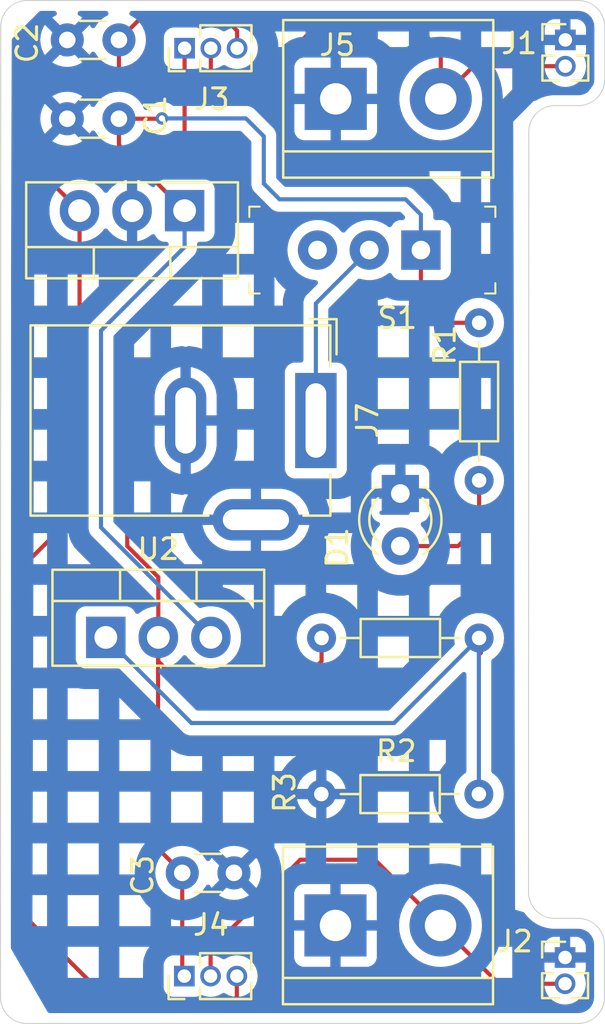
<source format=kicad_pcb>
(kicad_pcb (version 20240108) (generator "pcbnew") (generator_version "8.0")
  (title_block (title "breadboard power supply") (date "2025-10-18") (rev "1"))
  (layers (0 "F.Cu" signal) (31 "B.Cu" signal) (34 "B.Paste" user) (35 "F.Paste" user) (36 "B.SilkS" user "B.Silkscreen") (37 "F.SilkS" user "F.Silkscreen") (38 "B.Mask" user) (39 "F.Mask" user) (44 "Edge.Cuts" user))
  (net 0 "")
  (net 1 "GND")
  (net 2 "/12v")
  (net 3 "/5v")
  (net 4 "/3.3v")
  (net 5 "Net-(D1-A)")
  (net 6 "/PWR_output_top")
  (net 7 "/PWR_input")
  (net 8 "Net-(U2-ADJ)")
  (net 10 "/PWR_output_bot")
  (footprint "Resistor_THT:R_Axial_DIN0204_L3.6mm_D1.6mm_P7.62mm_Horizontal" (layer "F.Cu") (at 149.86 85.725 -90)
    (property "Reference" "R1" (at 1.075 1.66 90) (layer "F.SilkS"))
    (property "Value" "330")
    (fp_line (start 1.89 0.92) (end 5.73 0.92) (stroke (width 0.12)) (layer "F.SilkS"))
    (fp_line (start 5.73 0.92) (end 5.73 -0.92) (stroke (width 0.12)) (layer "F.SilkS"))
    (fp_line (start 0.94 0) (end 1.89 0) (stroke (width 0.12)) (layer "F.SilkS"))
    (fp_line (start 6.68 0) (end 5.73 0) (stroke (width 0.12)) (layer "F.SilkS"))
    (fp_line (start 1.89 -0.92) (end 1.89 0.92) (stroke (width 0.12)) (layer "F.SilkS"))
    (fp_line (start 5.73 -0.92) (end 1.89 -0.92) (stroke (width 0.12)) (layer "F.SilkS"))
    (pad "1" thru_hole circle (at 0 0 270) (size 1.4 1.4) (drill 0.7) (layers "*.Cu" "*.Mask" "In1.Cu" "In2.Cu" "In3.Cu" "In4.Cu" "In5.Cu" "In6.Cu" "In7.Cu" "In8.Cu" "In9.Cu" "In10.Cu" "In11.Cu" "In12.Cu" "In13.Cu" "In14.Cu" "In15.Cu" "In16.Cu" "In17.Cu" "In18.Cu" "In19.Cu" "In20.Cu" "In21.Cu" "In22.Cu" "In23.Cu" "In24.Cu" "In25.Cu" "In26.Cu" "In27.Cu" "In28.Cu" "In29.Cu" "In30.Cu") (net 2 "/12v"))
    (pad "2" thru_hole oval (at 7.62 0 270) (size 1.4 1.4) (drill 0.7) (layers "*.Cu" "*.Mask" "In1.Cu" "In2.Cu" "In3.Cu" "In4.Cu" "In5.Cu" "In6.Cu" "In7.Cu" "In8.Cu" "In9.Cu" "In10.Cu" "In11.Cu" "In12.Cu" "In13.Cu" "In14.Cu" "In15.Cu" "In16.Cu" "In17.Cu" "In18.Cu" "In19.Cu" "In20.Cu" "In21.Cu" "In22.Cu" "In23.Cu" "In24.Cu" "In25.Cu" "In26.Cu" "In27.Cu" "In28.Cu" "In29.Cu" "In30.Cu") (net 5 "Net-(D1-A)"))
  )
  (footprint "Connector_PinHeader_1.27mm:PinHeader_1x02_P1.27mm_Vertical" (layer "F.Cu") (at 154.0175 116.41)
    (property "Reference" "J2" (at -2.43 -0.775 0) (layer "F.SilkS"))
    (property "Value" "Conn_01x02_Pin" (hide yes))
    (fp_line (start -1.11 -0.76) (end 0 -0.76) (stroke (width 0.12)) (layer "F.SilkS"))
    (fp_line (start -1.11 0) (end -1.11 -0.76) (stroke (width 0.12)) (layer "F.SilkS"))
    (fp_line (start -1.11 0.76) (end -1.11 1.965) (stroke (width 0.12)) (layer "F.SilkS"))
    (fp_line (start -1.11 0.76) (end -0.563471 0.76) (stroke (width 0.12)) (layer "F.SilkS"))
    (fp_line (start -1.11 1.965) (end -0.30753 1.965) (stroke (width 0.12)) (layer "F.SilkS"))
    (fp_line (start 0.30753 1.965) (end 1.11 1.965) (stroke (width 0.12)) (layer "F.SilkS"))
    (fp_line (start 0.563471 0.76) (end 1.11 0.76) (stroke (width 0.12)) (layer "F.SilkS"))
    (fp_line (start 1.11 0.76) (end 1.11 1.965) (stroke (width 0.12)) (layer "F.SilkS"))
    (pad "1" thru_hole rect (at 0 0) (size 1 1) (drill 0.65) (layers "*.Cu" "*.Mask" "In1.Cu" "In2.Cu" "In3.Cu" "In4.Cu" "In5.Cu" "In6.Cu" "In7.Cu" "In8.Cu" "In9.Cu" "In10.Cu" "In11.Cu" "In12.Cu" "In13.Cu" "In14.Cu" "In15.Cu" "In16.Cu" "In17.Cu" "In18.Cu" "In19.Cu" "In20.Cu" "In21.Cu" "In22.Cu" "In23.Cu" "In24.Cu" "In25.Cu" "In26.Cu" "In27.Cu" "In28.Cu" "In29.Cu" "In30.Cu") (net 1 "GND"))
    (pad "2" thru_hole oval (at 0 1.27) (size 1 1) (drill 0.65) (layers "*.Cu" "*.Mask" "In1.Cu" "In2.Cu" "In3.Cu" "In4.Cu" "In5.Cu" "In6.Cu" "In7.Cu" "In8.Cu" "In9.Cu" "In10.Cu" "In11.Cu" "In12.Cu" "In13.Cu" "In14.Cu" "In15.Cu" "In16.Cu" "In17.Cu" "In18.Cu" "In19.Cu" "In20.Cu" "In21.Cu" "In22.Cu" "In23.Cu" "In24.Cu" "In25.Cu" "In26.Cu" "In27.Cu" "In28.Cu" "In29.Cu" "In30.Cu") (net 10 "/PWR_output_bot"))
  )
  (footprint "Capacitor_THT:C_Disc_D3.0mm_W1.6mm_P2.50mm" (layer "F.Cu") (at 135.5025 112.32)
    (property "Reference" "C3" (at -1.915 0.115 90) (layer "F.SilkS"))
    (property "Value" "1u")
    (fp_line (start 0.621 -0.92) (end 1.879 -0.92) (stroke (width 0.12)) (layer "F.SilkS"))
    (fp_line (start 0.621 0.92) (end 1.879 0.92) (stroke (width 0.12)) (layer "F.SilkS"))
    (pad "1" thru_hole circle (at 0 0) (size 1.6 1.6) (drill 0.8) (layers "*.Cu" "*.Mask" "In1.Cu" "In2.Cu" "In3.Cu" "In4.Cu" "In5.Cu" "In6.Cu" "In7.Cu" "In8.Cu" "In9.Cu" "In10.Cu" "In11.Cu" "In12.Cu" "In13.Cu" "In14.Cu" "In15.Cu" "In16.Cu" "In17.Cu" "In18.Cu" "In19.Cu" "In20.Cu" "In21.Cu" "In22.Cu" "In23.Cu" "In24.Cu" "In25.Cu" "In26.Cu" "In27.Cu" "In28.Cu" "In29.Cu" "In30.Cu") (net 4 "/3.3v"))
    (pad "2" thru_hole circle (at 2.5 0) (size 1.6 1.6) (drill 0.8) (layers "*.Cu" "*.Mask" "In1.Cu" "In2.Cu" "In3.Cu" "In4.Cu" "In5.Cu" "In6.Cu" "In7.Cu" "In8.Cu" "In9.Cu" "In10.Cu" "In11.Cu" "In12.Cu" "In13.Cu" "In14.Cu" "In15.Cu" "In16.Cu" "In17.Cu" "In18.Cu" "In19.Cu" "In20.Cu" "In21.Cu" "In22.Cu" "In23.Cu" "In24.Cu" "In25.Cu" "In26.Cu" "In27.Cu" "In28.Cu" "In29.Cu" "In30.Cu") (net 1 "GND"))
  )
  (footprint "Resistor_THT:R_Axial_DIN0204_L3.6mm_D1.6mm_P7.62mm_Horizontal" (layer "F.Cu") (at 149.8475 108.51 180)
    (property "Reference" "R3" (at 9.395 0.075 90) (layer "F.SilkS"))
    (property "Value" "560")
    (fp_line (start 6.68 0) (end 5.73 0) (stroke (width 0.12)) (layer "F.SilkS"))
    (fp_line (start 5.73 0.92) (end 5.73 -0.92) (stroke (width 0.12)) (layer "F.SilkS"))
    (fp_line (start 5.73 -0.92) (end 1.89 -0.92) (stroke (width 0.12)) (layer "F.SilkS"))
    (fp_line (start 1.89 0.92) (end 5.73 0.92) (stroke (width 0.12)) (layer "F.SilkS"))
    (fp_line (start 1.89 -0.92) (end 1.89 0.92) (stroke (width 0.12)) (layer "F.SilkS"))
    (fp_line (start 0.94 0) (end 1.89 0) (stroke (width 0.12)) (layer "F.SilkS"))
    (pad "1" thru_hole circle (at 0 0 180) (size 1.4 1.4) (drill 0.7) (layers "*.Cu" "*.Mask" "In1.Cu" "In2.Cu" "In3.Cu" "In4.Cu" "In5.Cu" "In6.Cu" "In7.Cu" "In8.Cu" "In9.Cu" "In10.Cu" "In11.Cu" "In12.Cu" "In13.Cu" "In14.Cu" "In15.Cu" "In16.Cu" "In17.Cu" "In18.Cu" "In19.Cu" "In20.Cu" "In21.Cu" "In22.Cu" "In23.Cu" "In24.Cu" "In25.Cu" "In26.Cu" "In27.Cu" "In28.Cu" "In29.Cu" "In30.Cu") (net 8 "Net-(U2-ADJ)"))
    (pad "2" thru_hole oval (at 7.62 0 180) (size 1.4 1.4) (drill 0.7) (layers "*.Cu" "*.Mask" "In1.Cu" "In2.Cu" "In3.Cu" "In4.Cu" "In5.Cu" "In6.Cu" "In7.Cu" "In8.Cu" "In9.Cu" "In10.Cu" "In11.Cu" "In12.Cu" "In13.Cu" "In14.Cu" "In15.Cu" "In16.Cu" "In17.Cu" "In18.Cu" "In19.Cu" "In20.Cu" "In21.Cu" "In22.Cu" "In23.Cu" "In24.Cu" "In25.Cu" "In26.Cu" "In27.Cu" "In28.Cu" "In29.Cu" "In30.Cu") (net 1 "GND"))
  )
  (footprint "LED_THT:LED_D3.0mm" (layer "F.Cu") (at 146.05 93.98 -90)
    (property "Reference" "D1" (at 2.62 3.05 90) (layer "F.SilkS"))
    (property "Value" "LED")
    (fp_line (start -0.29 1.08) (end -0.29 1.236) (stroke (width 0.12)) (layer "F.SilkS"))
    (fp_line (start -0.29 -1.236) (end -0.29 -1.08) (stroke (width 0.12)) (layer "F.SilkS"))
    (fp_arc (start 2.941397 1.080061) (mid 1.365624 1.987701) (end -0.29 1.235516) (stroke (width 0.12)) (layer "F.SilkS"))
    (fp_arc (start 2.31091 1.080049) (mid 1.269964 1.5) (end 0.229039 1.08) (stroke (width 0.12)) (layer "F.SilkS"))
    (fp_arc (start 0.229039 -1.08) (mid 1.269964 -1.5) (end 2.31091 -1.080049) (stroke (width 0.12)) (layer "F.SilkS"))
    (fp_arc (start -0.29 -1.235516) (mid 1.365624 -1.987701) (end 2.941397 -1.080061) (stroke (width 0.12)) (layer "F.SilkS"))
    (pad "1" thru_hole rect (at 0 0 270) (size 1.8 1.8) (drill 0.9) (layers "*.Cu" "*.Mask" "In1.Cu" "In2.Cu" "In3.Cu" "In4.Cu" "In5.Cu" "In6.Cu" "In7.Cu" "In8.Cu" "In9.Cu" "In10.Cu" "In11.Cu" "In12.Cu" "In13.Cu" "In14.Cu" "In15.Cu" "In16.Cu" "In17.Cu" "In18.Cu" "In19.Cu" "In20.Cu" "In21.Cu" "In22.Cu" "In23.Cu" "In24.Cu" "In25.Cu" "In26.Cu" "In27.Cu" "In28.Cu" "In29.Cu" "In30.Cu") (net 1 "GND"))
    (pad "2" thru_hole circle (at 2.54 0 270) (size 1.8 1.8) (drill 0.9) (layers "*.Cu" "*.Mask" "In1.Cu" "In2.Cu" "In3.Cu" "In4.Cu" "In5.Cu" "In6.Cu" "In7.Cu" "In8.Cu" "In9.Cu" "In10.Cu" "In11.Cu" "In12.Cu" "In13.Cu" "In14.Cu" "In15.Cu" "In16.Cu" "In17.Cu" "In18.Cu" "In19.Cu" "In20.Cu" "In21.Cu" "In22.Cu" "In23.Cu" "In24.Cu" "In25.Cu" "In26.Cu" "In27.Cu" "In28.Cu" "In29.Cu" "In30.Cu") (net 5 "Net-(D1-A)"))
  )
  (footprint "Package_TO_SOT_THT:TO-220-3_Vertical" (layer "F.Cu") (at 131.805 100.935)
    (property "Reference" "U2" (at 2.54 -4.27 0) (layer "F.SilkS"))
    (property "Value" "LM317_TO-220")
    (fp_line (start -2.58 -3.27) (end -2.58 1.371) (stroke (width 0.12)) (layer "F.SilkS"))
    (fp_line (start -2.58 -3.27) (end 7.66 -3.27) (stroke (width 0.12)) (layer "F.SilkS"))
    (fp_line (start -2.58 -1.76) (end 7.66 -1.76) (stroke (width 0.12)) (layer "F.SilkS"))
    (fp_line (start -2.58 1.371) (end 7.66 1.371) (stroke (width 0.12)) (layer "F.SilkS"))
    (fp_line (start 0.69 -3.27) (end 0.69 -1.76) (stroke (width 0.12)) (layer "F.SilkS"))
    (fp_line (start 4.391 -3.27) (end 4.391 -1.76) (stroke (width 0.12)) (layer "F.SilkS"))
    (fp_line (start 7.66 -3.27) (end 7.66 1.371) (stroke (width 0.12)) (layer "F.SilkS"))
    (pad "1" thru_hole rect (at 0 0) (size 1.905 2) (drill 1.1) (layers "*.Cu" "*.Mask" "In1.Cu" "In2.Cu" "In3.Cu" "In4.Cu" "In5.Cu" "In6.Cu" "In7.Cu" "In8.Cu" "In9.Cu" "In10.Cu" "In11.Cu" "In12.Cu" "In13.Cu" "In14.Cu" "In15.Cu" "In16.Cu" "In17.Cu" "In18.Cu" "In19.Cu" "In20.Cu" "In21.Cu" "In22.Cu" "In23.Cu" "In24.Cu" "In25.Cu" "In26.Cu" "In27.Cu" "In28.Cu" "In29.Cu" "In30.Cu") (net 8 "Net-(U2-ADJ)"))
    (pad "2" thru_hole oval (at 2.54 0) (size 1.905 2) (drill 1.1) (layers "*.Cu" "*.Mask" "In1.Cu" "In2.Cu" "In3.Cu" "In4.Cu" "In5.Cu" "In6.Cu" "In7.Cu" "In8.Cu" "In9.Cu" "In10.Cu" "In11.Cu" "In12.Cu" "In13.Cu" "In14.Cu" "In15.Cu" "In16.Cu" "In17.Cu" "In18.Cu" "In19.Cu" "In20.Cu" "In21.Cu" "In22.Cu" "In23.Cu" "In24.Cu" "In25.Cu" "In26.Cu" "In27.Cu" "In28.Cu" "In29.Cu" "In30.Cu") (net 4 "/3.3v"))
    (pad "3" thru_hole oval (at 5.08 0) (size 1.905 2) (drill 1.1) (layers "*.Cu" "*.Mask" "In1.Cu" "In2.Cu" "In3.Cu" "In4.Cu" "In5.Cu" "In6.Cu" "In7.Cu" "In8.Cu" "In9.Cu" "In10.Cu" "In11.Cu" "In12.Cu" "In13.Cu" "In14.Cu" "In15.Cu" "In16.Cu" "In17.Cu" "In18.Cu" "In19.Cu" "In20.Cu" "In21.Cu" "In22.Cu" "In23.Cu" "In24.Cu" "In25.Cu" "In26.Cu" "In27.Cu" "In28.Cu" "In29.Cu" "In30.Cu") (net 2 "/12v"))
  )
  (footprint "Connector_PinHeader_1.27mm:PinHeader_1x03_P1.27mm_Vertical" (layer "F.Cu") (at 135.615 72.45 90)
    (property "Reference" "J3" (at -2.465 1.31 0) (layer "F.SilkS"))
    (property "Value" "Conn_01x03_Pin" (hide yes))
    (fp_line (start -1.11 -0.76) (end 0 -0.76) (stroke (width 0.12)) (layer "F.SilkS"))
    (fp_line (start -1.11 0) (end -1.11 -0.76) (stroke (width 0.12)) (layer "F.SilkS"))
    (fp_line (start 1.11 0.76) (end 1.11 3.235) (stroke (width 0.12)) (layer "F.SilkS"))
    (fp_line (start 0.563471 0.76) (end 1.11 0.76) (stroke (width 0.12)) (layer "F.SilkS"))
    (fp_line (start -1.11 0.76) (end -0.563471 0.76) (stroke (width 0.12)) (layer "F.SilkS"))
    (fp_line (start -1.11 0.76) (end -1.11 3.235) (stroke (width 0.12)) (layer "F.SilkS"))
    (fp_line (start 0.30753 3.235) (end 1.11 3.235) (stroke (width 0.12)) (layer "F.SilkS"))
    (fp_line (start -1.11 3.235) (end -0.30753 3.235) (stroke (width 0.12)) (layer "F.SilkS"))
    (pad "1" thru_hole rect (at 0 0 90) (size 1 1) (drill 0.65) (layers "*.Cu" "*.Mask" "In1.Cu" "In2.Cu" "In3.Cu" "In4.Cu" "In5.Cu" "In6.Cu" "In7.Cu" "In8.Cu" "In9.Cu" "In10.Cu" "In11.Cu" "In12.Cu" "In13.Cu" "In14.Cu" "In15.Cu" "In16.Cu" "In17.Cu" "In18.Cu" "In19.Cu" "In20.Cu" "In21.Cu" "In22.Cu" "In23.Cu" "In24.Cu" "In25.Cu" "In26.Cu" "In27.Cu" "In28.Cu" "In29.Cu" "In30.Cu") (net 4 "/3.3v"))
    (pad "2" thru_hole oval (at 0 1.27 90) (size 1 1) (drill 0.65) (layers "*.Cu" "*.Mask" "In1.Cu" "In2.Cu" "In3.Cu" "In4.Cu" "In5.Cu" "In6.Cu" "In7.Cu" "In8.Cu" "In9.Cu" "In10.Cu" "In11.Cu" "In12.Cu" "In13.Cu" "In14.Cu" "In15.Cu" "In16.Cu" "In17.Cu" "In18.Cu" "In19.Cu" "In20.Cu" "In21.Cu" "In22.Cu" "In23.Cu" "In24.Cu" "In25.Cu" "In26.Cu" "In27.Cu" "In28.Cu" "In29.Cu" "In30.Cu") (net 6 "/PWR_output_top"))
    (pad "3" thru_hole oval (at 0 2.54 90) (size 1 1) (drill 0.65) (layers "*.Cu" "*.Mask" "In1.Cu" "In2.Cu" "In3.Cu" "In4.Cu" "In5.Cu" "In6.Cu" "In7.Cu" "In8.Cu" "In9.Cu" "In10.Cu" "In11.Cu" "In12.Cu" "In13.Cu" "In14.Cu" "In15.Cu" "In16.Cu" "In17.Cu" "In18.Cu" "In19.Cu" "In20.Cu" "In21.Cu" "In22.Cu" "In23.Cu" "In24.Cu" "In25.Cu" "In26.Cu" "In27.Cu" "In28.Cu" "In29.Cu" "In30.Cu") (net 3 "/5v"))
  )
  (footprint "Package_TO_SOT_THT:TO-220-3_Vertical" (layer "F.Cu") (at 135.615 80.305 180)
    (property "Reference" "U1" (hide yes))
    (property "Value" "LM7805_TO220")
    (fp_line (start 7.66 -3.27) (end 7.66 1.371) (stroke (width 0.12)) (layer "F.SilkS"))
    (fp_line (start 4.391 -3.27) (end 4.391 -1.76) (stroke (width 0.12)) (layer "F.SilkS"))
    (fp_line (start 0.69 -3.27) (end 0.69 -1.76) (stroke (width 0.12)) (layer "F.SilkS"))
    (fp_line (start -2.58 1.371) (end 7.66 1.371) (stroke (width 0.12)) (layer "F.SilkS"))
    (fp_line (start -2.58 -1.76) (end 7.66 -1.76) (stroke (width 0.12)) (layer "F.SilkS"))
    (fp_line (start -2.58 -3.27) (end 7.66 -3.27) (stroke (width 0.12)) (layer "F.SilkS"))
    (fp_line (start -2.58 -3.27) (end -2.58 1.371) (stroke (width 0.12)) (layer "F.SilkS"))
    (pad "1" thru_hole rect (at 0 0 180) (size 1.905 2) (drill 1.1) (layers "*.Cu" "*.Mask" "In1.Cu" "In2.Cu" "In3.Cu" "In4.Cu" "In5.Cu" "In6.Cu" "In7.Cu" "In8.Cu" "In9.Cu" "In10.Cu" "In11.Cu" "In12.Cu" "In13.Cu" "In14.Cu" "In15.Cu" "In16.Cu" "In17.Cu" "In18.Cu" "In19.Cu" "In20.Cu" "In21.Cu" "In22.Cu" "In23.Cu" "In24.Cu" "In25.Cu" "In26.Cu" "In27.Cu" "In28.Cu" "In29.Cu" "In30.Cu") (net 2 "/12v"))
    (pad "2" thru_hole oval (at 2.54 0 180) (size 1.905 2) (drill 1.1) (layers "*.Cu" "*.Mask" "In1.Cu" "In2.Cu" "In3.Cu" "In4.Cu" "In5.Cu" "In6.Cu" "In7.Cu" "In8.Cu" "In9.Cu" "In10.Cu" "In11.Cu" "In12.Cu" "In13.Cu" "In14.Cu" "In15.Cu" "In16.Cu" "In17.Cu" "In18.Cu" "In19.Cu" "In20.Cu" "In21.Cu" "In22.Cu" "In23.Cu" "In24.Cu" "In25.Cu" "In26.Cu" "In27.Cu" "In28.Cu" "In29.Cu" "In30.Cu") (net 1 "GND"))
    (pad "3" thru_hole oval (at 5.08 0 180) (size 1.905 2) (drill 1.1) (layers "*.Cu" "*.Mask" "In1.Cu" "In2.Cu" "In3.Cu" "In4.Cu" "In5.Cu" "In6.Cu" "In7.Cu" "In8.Cu" "In9.Cu" "In10.Cu" "In11.Cu" "In12.Cu" "In13.Cu" "In14.Cu" "In15.Cu" "In16.Cu" "In17.Cu" "In18.Cu" "In19.Cu" "In20.Cu" "In21.Cu" "In22.Cu" "In23.Cu" "In24.Cu" "In25.Cu" "In26.Cu" "In27.Cu" "In28.Cu" "In29.Cu" "In30.Cu") (net 3 "/5v"))
  )
  (footprint "TerminalBlock:TerminalBlock_bornier-2_P5.08mm" (layer "F.Cu") (at 142.925 74.9)
    (property "Reference" "J5" (at 0.075 -2.6 0) (layer "F.SilkS"))
    (property "Value" "Screw_Terminal_01x02")
    (fp_line (start -2.54 -3.81) (end -2.54 3.81) (stroke (width 0.12)) (layer "F.SilkS"))
    (fp_line (start -2.54 3.81) (end 7.62 3.81) (stroke (width 0.12)) (layer "F.SilkS"))
    (fp_line (start 7.62 -3.81) (end -2.54 -3.81) (stroke (width 0.12)) (layer "F.SilkS"))
    (fp_line (start 7.62 2.54) (end -2.54 2.54) (stroke (width 0.12)) (layer "F.SilkS"))
    (fp_line (start 7.62 3.81) (end 7.62 -3.81) (stroke (width 0.12)) (layer "F.SilkS"))
    (pad "1" thru_hole rect (at 0 0) (size 3 3) (drill 1.52) (layers "*.Cu" "*.Mask" "In1.Cu" "In2.Cu" "In3.Cu" "In4.Cu" "In5.Cu" "In6.Cu" "In7.Cu" "In8.Cu" "In9.Cu" "In10.Cu" "In11.Cu" "In12.Cu" "In13.Cu" "In14.Cu" "In15.Cu" "In16.Cu" "In17.Cu" "In18.Cu" "In19.Cu" "In20.Cu" "In21.Cu" "In22.Cu" "In23.Cu" "In24.Cu" "In25.Cu" "In26.Cu" "In27.Cu" "In28.Cu" "In29.Cu" "In30.Cu") (net 1 "GND"))
    (pad "2" thru_hole circle (at 5.08 0) (size 3 3) (drill 1.52) (layers "*.Cu" "*.Mask" "In1.Cu" "In2.Cu" "In3.Cu" "In4.Cu" "In5.Cu" "In6.Cu" "In7.Cu" "In8.Cu" "In9.Cu" "In10.Cu" "In11.Cu" "In12.Cu" "In13.Cu" "In14.Cu" "In15.Cu" "In16.Cu" "In17.Cu" "In18.Cu" "In19.Cu" "In20.Cu" "In21.Cu" "In22.Cu" "In23.Cu" "In24.Cu" "In25.Cu" "In26.Cu" "In27.Cu" "In28.Cu" "In29.Cu" "In30.Cu") (net 6 "/PWR_output_top"))
  )
  (footprint "Resistor_THT:R_Axial_DIN0204_L3.6mm_D1.6mm_P7.62mm_Horizontal" (layer "F.Cu") (at 142.24 100.965)
    (property "Reference" "R2" (at 3.6125 5.47 360) (layer "F.SilkS"))
    (property "Value" "330")
    (fp_line (start 0.94 0) (end 1.89 0) (stroke (width 0.12)) (layer "F.SilkS"))
    (fp_line (start 1.89 -0.92) (end 1.89 0.92) (stroke (width 0.12)) (layer "F.SilkS"))
    (fp_line (start 1.89 0.92) (end 5.73 0.92) (stroke (width 0.12)) (layer "F.SilkS"))
    (fp_line (start 5.73 -0.92) (end 1.89 -0.92) (stroke (width 0.12)) (layer "F.SilkS"))
    (fp_line (start 5.73 0.92) (end 5.73 -0.92) (stroke (width 0.12)) (layer "F.SilkS"))
    (fp_line (start 6.68 0) (end 5.73 0) (stroke (width 0.12)) (layer "F.SilkS"))
    (pad "1" thru_hole circle (at 0 0) (size 1.4 1.4) (drill 0.7) (layers "*.Cu" "*.Mask" "In1.Cu" "In2.Cu" "In3.Cu" "In4.Cu" "In5.Cu" "In6.Cu" "In7.Cu" "In8.Cu" "In9.Cu" "In10.Cu" "In11.Cu" "In12.Cu" "In13.Cu" "In14.Cu" "In15.Cu" "In16.Cu" "In17.Cu" "In18.Cu" "In19.Cu" "In20.Cu" "In21.Cu" "In22.Cu" "In23.Cu" "In24.Cu" "In25.Cu" "In26.Cu" "In27.Cu" "In28.Cu" "In29.Cu" "In30.Cu") (net 4 "/3.3v"))
    (pad "2" thru_hole oval (at 7.62 0) (size 1.4 1.4) (drill 0.7) (layers "*.Cu" "*.Mask" "In1.Cu" "In2.Cu" "In3.Cu" "In4.Cu" "In5.Cu" "In6.Cu" "In7.Cu" "In8.Cu" "In9.Cu" "In10.Cu" "In11.Cu" "In12.Cu" "In13.Cu" "In14.Cu" "In15.Cu" "In16.Cu" "In17.Cu" "In18.Cu" "In19.Cu" "In20.Cu" "In21.Cu" "In22.Cu" "In23.Cu" "In24.Cu" "In25.Cu" "In26.Cu" "In27.Cu" "In28.Cu" "In29.Cu" "In30.Cu") (net 8 "Net-(U2-ADJ)"))
  )
  (footprint "Connector_BarrelJack:BarrelJack_GCT_DCJ200-10-A_Horizontal" (layer "F.Cu") (at 141.965 90.45 -90)
    (property "Reference" "J7" (at 0 -2.5 90) (layer "F.SilkS"))
    (property "Value" "Barrel_Jack_Switch")
    (fp_line (start -4.6 13.8) (end -4.6 -0.7) (stroke (width 0.12)) (layer "F.SilkS"))
    (fp_line (start 4.6 13.8) (end -4.6 13.8) (stroke (width 0.12)) (layer "F.SilkS"))
    (fp_line (start 4.6 5.2) (end 4.6 13.8) (stroke (width 0.12)) (layer "F.SilkS"))
    (fp_line (start -4.6 -0.7) (end -2.6 -0.7) (stroke (width 0.12)) (layer "F.SilkS"))
    (fp_line (start 2.6 -0.7) (end 4.6 -0.7) (stroke (width 0.12)) (layer "F.SilkS"))
    (fp_line (start 4.6 -0.7) (end 4.6 0.6) (stroke (width 0.12)) (layer "F.SilkS"))
    (fp_line (start -4.9 -1) (end -4.9 0.3) (stroke (width 0.12)) (layer "F.SilkS"))
    (fp_line (start -3.2 -1) (end -4.9 -1) (stroke (width 0.12)) (layer "F.SilkS"))
    (pad "1" thru_hole rect (at 0 0 270) (size 4.6 2) (drill oval 3.6 1) (layers "*.Cu" "*.Mask" "In1.Cu" "In2.Cu" "In3.Cu" "In4.Cu" "In5.Cu" "In6.Cu" "In7.Cu" "In8.Cu" "In9.Cu" "In10.Cu" "In11.Cu" "In12.Cu" "In13.Cu" "In14.Cu" "In15.Cu" "In16.Cu" "In17.Cu" "In18.Cu" "In19.Cu" "In20.Cu" "In21.Cu" "In22.Cu" "In23.Cu" "In24.Cu" "In25.Cu" "In26.Cu" "In27.Cu" "In28.Cu" "In29.Cu" "In30.Cu") (net 7 "/PWR_input"))
    (pad "2" thru_hole oval (at 0 6.3 270) (size 4.2 2) (drill oval 3.2 1) (layers "*.Cu" "*.Mask" "In1.Cu" "In2.Cu" "In3.Cu" "In4.Cu" "In5.Cu" "In6.Cu" "In7.Cu" "In8.Cu" "In9.Cu" "In10.Cu" "In11.Cu" "In12.Cu" "In13.Cu" "In14.Cu" "In15.Cu" "In16.Cu" "In17.Cu" "In18.Cu" "In19.Cu" "In20.Cu" "In21.Cu" "In22.Cu" "In23.Cu" "In24.Cu" "In25.Cu" "In26.Cu" "In27.Cu" "In28.Cu" "In29.Cu" "In30.Cu") (net 1 "GND"))
    (pad "3" thru_hole oval (at 4.8 2.9 270) (size 2 4.2) (drill oval 1 3.2) (layers "*.Cu" "*.Mask" "In1.Cu" "In2.Cu" "In3.Cu" "In4.Cu" "In5.Cu" "In6.Cu" "In7.Cu" "In8.Cu" "In9.Cu" "In10.Cu" "In11.Cu" "In12.Cu" "In13.Cu" "In14.Cu" "In15.Cu" "In16.Cu" "In17.Cu" "In18.Cu" "In19.Cu" "In20.Cu" "In21.Cu" "In22.Cu" "In23.Cu" "In24.Cu" "In25.Cu" "In26.Cu" "In27.Cu" "In28.Cu" "In29.Cu" "In30.Cu") (net 1 "GND"))
  )
  (footprint "Capacitor_THT:C_Disc_D3.0mm_W1.6mm_P2.50mm" (layer "F.Cu") (at 132.44 72.05 180)
    (property "Reference" "C2" (at 4.44 -0.15 90) (layer "F.SilkS"))
    (property "Value" "0.1u")
    (fp_line (start 0.621 0.92) (end 1.879 0.92) (stroke (width 0.12)) (layer "F.SilkS"))
    (fp_line (start 0.621 -0.92) (end 1.879 -0.92) (stroke (width 0.12)) (layer "F.SilkS"))
    (pad "1" thru_hole circle (at 0 0 180) (size 1.6 1.6) (drill 0.8) (layers "*.Cu" "*.Mask" "In1.Cu" "In2.Cu" "In3.Cu" "In4.Cu" "In5.Cu" "In6.Cu" "In7.Cu" "In8.Cu" "In9.Cu" "In10.Cu" "In11.Cu" "In12.Cu" "In13.Cu" "In14.Cu" "In15.Cu" "In16.Cu" "In17.Cu" "In18.Cu" "In19.Cu" "In20.Cu" "In21.Cu" "In22.Cu" "In23.Cu" "In24.Cu" "In25.Cu" "In26.Cu" "In27.Cu" "In28.Cu" "In29.Cu" "In30.Cu") (net 3 "/5v"))
    (pad "2" thru_hole circle (at 2.5 0 180) (size 1.6 1.6) (drill 0.8) (layers "*.Cu" "*.Mask" "In1.Cu" "In2.Cu" "In3.Cu" "In4.Cu" "In5.Cu" "In6.Cu" "In7.Cu" "In8.Cu" "In9.Cu" "In10.Cu" "In11.Cu" "In12.Cu" "In13.Cu" "In14.Cu" "In15.Cu" "In16.Cu" "In17.Cu" "In18.Cu" "In19.Cu" "In20.Cu" "In21.Cu" "In22.Cu" "In23.Cu" "In24.Cu" "In25.Cu" "In26.Cu" "In27.Cu" "In28.Cu" "In29.Cu" "In30.Cu") (net 1 "GND"))
  )
  (footprint "Capacitor_THT:C_Disc_D3.0mm_W1.6mm_P2.50mm" (layer "F.Cu") (at 132.44 75.86 180)
    (property "Reference" "C1" (at -1.76 0.16 -90) (layer "F.SilkS"))
    (property "Value" "10u")
    (fp_line (start 0.621 0.92) (end 1.879 0.92) (stroke (width 0.12)) (layer "F.SilkS"))
    (fp_line (start 0.621 -0.92) (end 1.879 -0.92) (stroke (width 0.12)) (layer "F.SilkS"))
    (pad "1" thru_hole circle (at 0 0 180) (size 1.6 1.6) (drill 0.8) (layers "*.Cu" "*.Mask" "In1.Cu" "In2.Cu" "In3.Cu" "In4.Cu" "In5.Cu" "In6.Cu" "In7.Cu" "In8.Cu" "In9.Cu" "In10.Cu" "In11.Cu" "In12.Cu" "In13.Cu" "In14.Cu" "In15.Cu" "In16.Cu" "In17.Cu" "In18.Cu" "In19.Cu" "In20.Cu" "In21.Cu" "In22.Cu" "In23.Cu" "In24.Cu" "In25.Cu" "In26.Cu" "In27.Cu" "In28.Cu" "In29.Cu" "In30.Cu") (net 2 "/12v"))
    (pad "2" thru_hole circle (at 2.5 0 180) (size 1.6 1.6) (drill 0.8) (layers "*.Cu" "*.Mask" "In1.Cu" "In2.Cu" "In3.Cu" "In4.Cu" "In5.Cu" "In6.Cu" "In7.Cu" "In8.Cu" "In9.Cu" "In10.Cu" "In11.Cu" "In12.Cu" "In13.Cu" "In14.Cu" "In15.Cu" "In16.Cu" "In17.Cu" "In18.Cu" "In19.Cu" "In20.Cu" "In21.Cu" "In22.Cu" "In23.Cu" "In24.Cu" "In25.Cu" "In26.Cu" "In27.Cu" "In28.Cu" "In29.Cu" "In30.Cu") (net 1 "GND"))
  )
  (footprint "Connector_PinHeader_1.27mm:PinHeader_1x03_P1.27mm_Vertical" (layer "F.Cu") (at 135.6025 117.31 90)
    (property "Reference" "J4" (at 2.475 1.285 0) (layer "F.SilkS"))
    (property "Value" "Conn_01x03_Pin")
    (fp_line (start -1.11 -0.76) (end 0 -0.76) (stroke (width 0.12)) (layer "F.SilkS"))
    (fp_line (start -1.11 0) (end -1.11 -0.76) (stroke (width 0.12)) (layer "F.SilkS"))
    (fp_line (start 1.11 0.76) (end 1.11 3.235) (stroke (width 0.12)) (layer "F.SilkS"))
    (fp_line (start 0.563471 0.76) (end 1.11 0.76) (stroke (width 0.12)) (layer "F.SilkS"))
    (fp_line (start -1.11 0.76) (end -0.563471 0.76) (stroke (width 0.12)) (layer "F.SilkS"))
    (fp_line (start -1.11 0.76) (end -1.11 3.235) (stroke (width 0.12)) (layer "F.SilkS"))
    (fp_line (start 0.30753 3.235) (end 1.11 3.235) (stroke (width 0.12)) (layer "F.SilkS"))
    (fp_line (start -1.11 3.235) (end -0.30753 3.235) (stroke (width 0.12)) (layer "F.SilkS"))
    (pad "1" thru_hole rect (at 0 0 90) (size 1 1) (drill 0.65) (layers "*.Cu" "*.Mask" "In1.Cu" "In2.Cu" "In3.Cu" "In4.Cu" "In5.Cu" "In6.Cu" "In7.Cu" "In8.Cu" "In9.Cu" "In10.Cu" "In11.Cu" "In12.Cu" "In13.Cu" "In14.Cu" "In15.Cu" "In16.Cu" "In17.Cu" "In18.Cu" "In19.Cu" "In20.Cu" "In21.Cu" "In22.Cu" "In23.Cu" "In24.Cu" "In25.Cu" "In26.Cu" "In27.Cu" "In28.Cu" "In29.Cu" "In30.Cu") (net 4 "/3.3v"))
    (pad "2" thru_hole oval (at 0 1.27 90) (size 1 1) (drill 0.65) (layers "*.Cu" "*.Mask" "In1.Cu" "In2.Cu" "In3.Cu" "In4.Cu" "In5.Cu" "In6.Cu" "In7.Cu" "In8.Cu" "In9.Cu" "In10.Cu" "In11.Cu" "In12.Cu" "In13.Cu" "In14.Cu" "In15.Cu" "In16.Cu" "In17.Cu" "In18.Cu" "In19.Cu" "In20.Cu" "In21.Cu" "In22.Cu" "In23.Cu" "In24.Cu" "In25.Cu" "In26.Cu" "In27.Cu" "In28.Cu" "In29.Cu" "In30.Cu") (net 10 "/PWR_output_bot"))
    (pad "3" thru_hole oval (at 0 2.54 90) (size 1 1) (drill 0.65) (layers "*.Cu" "*.Mask" "In1.Cu" "In2.Cu" "In3.Cu" "In4.Cu" "In5.Cu" "In6.Cu" "In7.Cu" "In8.Cu" "In9.Cu" "In10.Cu" "In11.Cu" "In12.Cu" "In13.Cu" "In14.Cu" "In15.Cu" "In16.Cu" "In17.Cu" "In18.Cu" "In19.Cu" "In20.Cu" "In21.Cu" "In22.Cu" "In23.Cu" "In24.Cu" "In25.Cu" "In26.Cu" "In27.Cu" "In28.Cu" "In29.Cu" "In30.Cu") (net 3 "/5v"))
  )
  (footprint "digikey-footprints:Switch_Slide_11.6x4mm_EG1218" (layer "F.Cu") (at 147.045 82.21 180)
    (property "Reference" "S1" (at 1.145 -3.29 0) (layer "F.SilkS"))
    (property "Value" "EG1218")
    (fp_line (start 8.3 2.1) (end 8.3 1.6) (stroke (width 0.1)) (layer "F.SilkS"))
    (fp_line (start 8.3 2.1) (end 7.8 2.1) (stroke (width 0.1)) (layer "F.SilkS"))
    (fp_line (start 8.3 -2.1) (end 8.3 -1.6) (stroke (width 0.1)) (layer "F.SilkS"))
    (fp_line (start 8.3 -2.1) (end 7.8 -2.1) (stroke (width 0.1)) (layer "F.SilkS"))
    (fp_line (start -3.6 2.1) (end -3.1 2.1) (stroke (width 0.1)) (layer "F.SilkS"))
    (fp_line (start -3.6 2.1) (end -3.6 1.6) (stroke (width 0.1)) (layer "F.SilkS"))
    (fp_line (start -3.6 -2.1) (end -3.1 -2.1) (stroke (width 0.1)) (layer "F.SilkS"))
    (fp_line (start -3.6 -2.1) (end -3.6 -1.6) (stroke (width 0.1)) (layer "F.SilkS"))
    (pad "1" thru_hole rect (at 0 0 180) (size 1.9 1.9) (drill 0.9) (layers "*.Cu" "*.Mask" "In1.Cu" "In2.Cu" "In3.Cu" "In4.Cu" "In5.Cu" "In6.Cu" "In7.Cu" "In8.Cu" "In9.Cu" "In10.Cu" "In11.Cu" "In12.Cu" "In13.Cu" "In14.Cu" "In15.Cu" "In16.Cu" "In17.Cu" "In18.Cu" "In19.Cu" "In20.Cu" "In21.Cu" "In22.Cu" "In23.Cu" "In24.Cu" "In25.Cu" "In26.Cu" "In27.Cu" "In28.Cu" "In29.Cu" "In30.Cu") (net 2 "/12v"))
    (pad "2" thru_hole circle (at 2.5 0 180) (size 1.9 1.9) (drill 0.9) (layers "*.Cu" "*.Mask" "In1.Cu" "In2.Cu" "In3.Cu" "In4.Cu" "In5.Cu" "In6.Cu" "In7.Cu" "In8.Cu" "In9.Cu" "In10.Cu" "In11.Cu" "In12.Cu" "In13.Cu" "In14.Cu" "In15.Cu" "In16.Cu" "In17.Cu" "In18.Cu" "In19.Cu" "In20.Cu" "In21.Cu" "In22.Cu" "In23.Cu" "In24.Cu" "In25.Cu" "In26.Cu" "In27.Cu" "In28.Cu" "In29.Cu" "In30.Cu") (net 7 "/PWR_input"))
    (pad "3" thru_hole circle (at 5 0 180) (size 1.9 1.9) (drill 0.9) (layers "*.Cu" "*.Mask" "In1.Cu" "In2.Cu" "In3.Cu" "In4.Cu" "In5.Cu" "In6.Cu" "In7.Cu" "In8.Cu" "In9.Cu" "In10.Cu" "In11.Cu" "In12.Cu" "In13.Cu" "In14.Cu" "In15.Cu" "In16.Cu" "In17.Cu" "In18.Cu" "In19.Cu" "In20.Cu" "In21.Cu" "In22.Cu" "In23.Cu" "In24.Cu" "In25.Cu" "In26.Cu" "In27.Cu" "In28.Cu" "In29.Cu" "In30.Cu"))
  )
  (footprint "TerminalBlock:TerminalBlock_bornier-2_P5.08mm" (layer "F.Cu") (at 142.9125 114.86)
    (property "Reference" "J6" (hide yes))
    (property "Value" "Screw_Terminal_01x02")
    (fp_line (start -2.54 -3.81) (end -2.54 3.81) (stroke (width 0.12)) (layer "F.SilkS"))
    (fp_line (start -2.54 3.81) (end 7.62 3.81) (stroke (width 0.12)) (layer "F.SilkS"))
    (fp_line (start 7.62 -3.81) (end -2.54 -3.81) (stroke (width 0.12)) (layer "F.SilkS"))
    (fp_line (start 7.62 2.54) (end -2.54 2.54) (stroke (width 0.12)) (layer "F.SilkS"))
    (fp_line (start 7.62 3.81) (end 7.62 -3.81) (stroke (width 0.12)) (layer "F.SilkS"))
    (pad "1" thru_hole rect (at 0 0) (size 3 3) (drill 1.52) (layers "*.Cu" "*.Mask" "In1.Cu" "In2.Cu" "In3.Cu" "In4.Cu" "In5.Cu" "In6.Cu" "In7.Cu" "In8.Cu" "In9.Cu" "In10.Cu" "In11.Cu" "In12.Cu" "In13.Cu" "In14.Cu" "In15.Cu" "In16.Cu" "In17.Cu" "In18.Cu" "In19.Cu" "In20.Cu" "In21.Cu" "In22.Cu" "In23.Cu" "In24.Cu" "In25.Cu" "In26.Cu" "In27.Cu" "In28.Cu" "In29.Cu" "In30.Cu") (net 1 "GND"))
    (pad "2" thru_hole circle (at 5.08 0) (size 3 3) (drill 1.52) (layers "*.Cu" "*.Mask" "In1.Cu" "In2.Cu" "In3.Cu" "In4.Cu" "In5.Cu" "In6.Cu" "In7.Cu" "In8.Cu" "In9.Cu" "In10.Cu" "In11.Cu" "In12.Cu" "In13.Cu" "In14.Cu" "In15.Cu" "In16.Cu" "In17.Cu" "In18.Cu" "In19.Cu" "In20.Cu" "In21.Cu" "In22.Cu" "In23.Cu" "In24.Cu" "In25.Cu" "In26.Cu" "In27.Cu" "In28.Cu" "In29.Cu" "In30.Cu") (net 10 "/PWR_output_bot"))
  )
  (footprint "Connector_PinHeader_1.27mm:PinHeader_1x02_P1.27mm_Vertical" (layer "F.Cu") (at 154.03 72.05)
    (property "Reference" "J1" (at -2.23 0.165 0) (layer "F.SilkS"))
    (property "Value" "Conn_01x02_Pin")
    (fp_line (start -1.11 -0.76) (end 0 -0.76) (stroke (width 0.12)) (layer "F.SilkS"))
    (fp_line (start -1.11 0) (end -1.11 -0.76) (stroke (width 0.12)) (layer "F.SilkS"))
    (fp_line (start -1.11 0.76) (end -1.11 1.965) (stroke (width 0.12)) (layer "F.SilkS"))
    (fp_line (start -1.11 0.76) (end -0.563471 0.76) (stroke (width 0.12)) (layer "F.SilkS"))
    (fp_line (start -1.11 1.965) (end -0.30753 1.965) (stroke (width 0.12)) (layer "F.SilkS"))
    (fp_line (start 0.30753 1.965) (end 1.11 1.965) (stroke (width 0.12)) (layer "F.SilkS"))
    (fp_line (start 0.563471 0.76) (end 1.11 0.76) (stroke (width 0.12)) (layer "F.SilkS"))
    (fp_line (start 1.11 0.76) (end 1.11 1.965) (stroke (width 0.12)) (layer "F.SilkS"))
    (pad "1" thru_hole rect (at 0 0) (size 1 1) (drill 0.65) (layers "*.Cu" "*.Mask" "In1.Cu" "In2.Cu" "In3.Cu" "In4.Cu" "In5.Cu" "In6.Cu" "In7.Cu" "In8.Cu" "In9.Cu" "In10.Cu" "In11.Cu" "In12.Cu" "In13.Cu" "In14.Cu" "In15.Cu" "In16.Cu" "In17.Cu" "In18.Cu" "In19.Cu" "In20.Cu" "In21.Cu" "In22.Cu" "In23.Cu" "In24.Cu" "In25.Cu" "In26.Cu" "In27.Cu" "In28.Cu" "In29.Cu" "In30.Cu") (net 1 "GND"))
    (pad "2" thru_hole oval (at 0 1.27) (size 1 1) (drill 0.65) (layers "*.Cu" "*.Mask" "In1.Cu" "In2.Cu" "In3.Cu" "In4.Cu" "In5.Cu" "In6.Cu" "In7.Cu" "In8.Cu" "In9.Cu" "In10.Cu" "In11.Cu" "In12.Cu" "In13.Cu" "In14.Cu" "In15.Cu" "In16.Cu" "In17.Cu" "In18.Cu" "In19.Cu" "In20.Cu" "In21.Cu" "In22.Cu" "In23.Cu" "In24.Cu" "In25.Cu" "In26.Cu" "In27.Cu" "In28.Cu" "In29.Cu" "In30.Cu") (net 6 "/PWR_output_top"))
  )
  (gr_line (start 126.725 71.415) (end 126.7125 118.33) (stroke (width 0.05)) (layer "Edge.Cuts"))
  (gr_arc (start 152.2625 76.495) (mid 152.634474 75.596974) (end 153.5325 75.225) (stroke (width 0.05)) (layer "Edge.Cuts"))
  (gr_line (start 154.665 70.145) (end 127.995 70.145) (stroke (width 0.05)) (layer "Edge.Cuts"))
  (gr_arc (start 153.52 114.52) (mid 152.621974 114.148026) (end 152.25 113.25) (stroke (width 0.05)) (layer "Edge.Cuts"))
  (gr_line (start 153.5325 75.225) (end 154.665 75.225) (stroke (width 0.05)) (layer "Edge.Cuts"))
  (gr_arc (start 127.9825 119.6) (mid 127.084474 119.228026) (end 126.7125 118.33) (stroke (width 0.05)) (layer "Edge.Cuts"))
  (gr_arc (start 154.665 70.145) (mid 155.563026 70.516974) (end 155.935 71.415) (stroke (width 0.05)) (layer "Edge.Cuts"))
  (gr_arc (start 126.725 71.415) (mid 127.096974 70.516974) (end 127.995 70.145) (stroke (width 0.05)) (layer "Edge.Cuts"))
  (gr_arc (start 154.6525 114.52) (mid 155.550526 114.891974) (end 155.9225 115.79) (stroke (width 0.05)) (layer "Edge.Cuts"))
  (gr_arc (start 155.935 73.955) (mid 155.563026 74.853026) (end 154.665 75.225) (stroke (width 0.05)) (layer "Edge.Cuts"))
  (gr_line (start 155.935 73.955) (end 155.935 71.415) (stroke (width 0.05)) (layer "Edge.Cuts"))
  (gr_line (start 154.6525 114.52) (end 153.52 114.52) (stroke (width 0.05)) (layer "Edge.Cuts"))
  (gr_line (start 152.25 113.25) (end 152.2625 76.495) (stroke (width 0.05)) (layer "Edge.Cuts"))
  (gr_arc (start 155.9225 118.33) (mid 155.550526 119.228026) (end 154.6525 119.6) (stroke (width 0.05)) (layer "Edge.Cuts"))
  (gr_line (start 155.9225 118.33) (end 155.9225 115.79) (stroke (width 0.05)) (layer "Edge.Cuts"))
  (gr_line (start 127.9825 119.6) (end 154.6525 119.6) (stroke (width 0.05)) (layer "Edge.Cuts"))
  (segment (start 142.6085 114.86) (end 142.9125 114.86) (width 0.2) (layer "B.Cu") (net 1))
  (segment (start 154.0175 116.41) (end 153.7675 116.66) (width 0.2) (layer "B.Cu") (net 1))
  (segment (start 146.41 94.91) (end 145.137208 94.91) (width 0.2) (layer "B.Cu") (net 1))
  (segment (start 135.665 90.45) (end 135.665 90.199) (width 0.2) (layer "B.Cu") (net 1))
  (segment (start 134.5028 75.86) (end 134.5184 75.8444) (width 0.2) (layer "F.Cu") (net 2))
  (segment (start 132.44 75.86) (end 134.5028 75.86) (width 0.2) (layer "F.Cu") (net 2))
  (segment (start 147.045 84.561) (end 147.045 82.21) (width 0.2) (layer "F.Cu") (net 2))
  (segment (start 149.86 85.725) (end 148.209 85.725) (width 0.2) (layer "F.Cu") (net 2))
  (segment (start 132.44 77.13) (end 135.615 80.305) (width 0.2) (layer "F.Cu") (net 2))
  (segment (start 132.44 75.86) (end 132.44 77.13) (width 0.2) (layer "F.Cu") (net 2))
  (segment (start 148.209 85.725) (end 147.045 84.561) (width 0.2) (layer "F.Cu") (net 2))
  (via (at 134.5184 75.8444) (size 0.6) (drill 0.3) (layers "F.Cu" "B.Cu") (net 2))
  (segment (start 131.572 95.622) (end 131.572 86.106) (width 0.2) (layer "B.Cu") (net 2))
  (segment (start 131.572 86.106) (end 135.615 82.063) (width 0.2) (layer "B.Cu") (net 2))
  (segment (start 147.045 80.497) (end 147.045 82.21) (width 0.2) (layer "B.Cu") (net 2))
  (segment (start 134.5184 75.8444) (end 138.5824 75.8444) (width 0.2) (layer "B.Cu") (net 2))
  (segment (start 139.446 78.994) (end 140.208 79.756) (width 0.2) (layer "B.Cu") (net 2))
  (segment (start 135.615 82.063) (end 135.615 80.305) (width 0.2) (layer "B.Cu") (net 2))
  (segment (start 136.885 100.935) (end 131.572 95.622) (width 0.2) (layer "B.Cu") (net 2))
  (segment (start 138.5824 75.8444) (end 139.446 76.708) (width 0.2) (layer "B.Cu") (net 2))
  (segment (start 146.304 79.756) (end 147.045 80.497) (width 0.2) (layer "B.Cu") (net 2))
  (segment (start 139.446 76.708) (end 139.446 78.994) (width 0.2) (layer "B.Cu") (net 2))
  (segment (start 140.208 79.756) (end 146.304 79.756) (width 0.2) (layer "B.Cu") (net 2))
  (segment (start 128.778 73.914) (end 132.08 73.914) (width 0.2) (layer "F.Cu") (net 3))
  (segment (start 133.624 70.866) (end 132.44 72.05) (width 0.2) (layer "F.Cu") (net 3))
  (segment (start 138.1425 117.31) (end 138.1425 118.31) (width 0.2) (layer "F.Cu") (net 3))
  (segment (start 130.535 94.763) (end 130.535 80.305) (width 0.2) (layer "F.Cu") (net 3))
  (segment (start 137.6555 118.797) (end 132.259 118.797) (width 0.2) (layer "F.Cu") (net 3))
  (segment (start 138.155 72.45) (end 138.155 71.607) (width 0.2) (layer "F.Cu") (net 3))
  (segment (start 128.27 78.04) (end 128.27 74.422) (width 0.2) (layer "F.Cu") (net 3))
  (segment (start 127.762 97.536) (end 130.535 94.763) (width 0.2) (layer "F.Cu") (net 3))
  (segment (start 138.155 71.607) (end 137.414 70.866) (width 0.2) (layer "F.Cu") (net 3))
  (segment (start 132.08 73.914) (end 132.44 73.554) (width 0.2) (layer "F.Cu") (net 3))
  (segment (start 132.259 118.797) (end 127.762 114.3) (width 0.2) (layer "F.Cu") (net 3))
  (segment (start 132.44 73.554) (end 132.44 72.05) (width 0.2) (layer "F.Cu") (net 3))
  (segment (start 127.762 114.3) (end 127.762 97.536) (width 0.2) (layer "F.Cu") (net 3))
  (segment (start 137.414 70.866) (end 133.624 70.866) (width 0.2) (layer "F.Cu") (net 3))
  (segment (start 130.535 80.305) (end 128.27 78.04) (width 0.2) (layer "F.Cu") (net 3))
  (segment (start 128.27 74.422) (end 128.778 73.914) (width 0.2) (layer "F.Cu") (net 3))
  (segment (start 138.1425 118.31) (end 137.6555 118.797) (width 0.2) (layer "F.Cu") (net 3))
  (segment (start 142.24 102.085) (end 140.375 103.95) (width 0.2) (layer "F.Cu") (net 4))
  (segment (start 134.345 102.095) (end 134.345 100.935) (width 0.2) (layer "F.Cu") (net 4))
  (segment (start 137.668 81.534) (end 132.842 86.36) (width 0.2) (layer "F.Cu") (net 4))
  (segment (start 132.842 96.52) (end 134.345 98.023) (width 0.2) (layer "F.Cu") (net 4))
  (segment (start 135.5025 117.21) (end 135.6025 117.31) (width 0.2) (layer "F.Cu") (net 4))
  (segment (start 136.144 77.47) (end 136.652 77.47) (width 0.2) (layer "F.Cu") (net 4))
  (segment (start 135.615 76.941) (end 136.144 77.47) (width 0.2) (layer "F.Cu") (net 4))
  (segment (start 140.375 103.95) (end 136.2 103.95) (width 0.2) (layer "F.Cu") (net 4))
  (segment (start 134.345 100.935) (end 134.3325 100.9475) (width 0.2) (layer "F.Cu") (net 4))
  (segment (start 136.2 103.95) (end 134.345 102.095) (width 0.2) (layer "F.Cu") (net 4))
  (segment (start 137.668 78.486) (end 137.668 81.534) (width 0.2) (layer "F.Cu") (net 4))
  (segment (start 135.615 72.45) (end 135.615 76.941) (width 0.2) (layer "F.Cu") (net 4))
  (segment (start 134.3325 111.15) (end 135.5025 112.32) (width 0.2) (layer "F.Cu") (net 4))
  (segment (start 142.24 100.965) (end 142.24 102.085) (width 0.2) (layer "F.Cu") (net 4))
  (segment (start 135.5025 112.32) (end 135.5025 117.21) (width 0.2) (layer "F.Cu") (net 4))
  (segment (start 132.842 86.36) (end 132.842 96.52) (width 0.2) (layer "F.Cu") (net 4))
  (segment (start 134.3325 100.9475) (end 134.3325 111.15) (width 0.2) (layer "F.Cu") (net 4))
  (segment (start 136.652 77.47) (end 137.668 78.486) (width 0.2) (layer "F.Cu") (net 4))
  (segment (start 134.345 98.023) (end 134.345 100.935) (width 0.2) (layer "F.Cu") (net 4))
  (segment (start 149.86 93.345) (end 149.86 95.504) (width 0.2) (layer "F.Cu") (net 5))
  (segment (start 148.844 96.52) (end 146.05 96.52) (width 0.2) (layer "F.Cu") (net 5))
  (segment (start 149.86 95.504) (end 148.844 96.52) (width 0.2) (layer "F.Cu") (net 5))
  (segment (start 148.005 74.9) (end 148.005 72.567) (width 0.2) (layer "F.Cu") (net 6))
  (segment (start 149.585 73.32) (end 148.005 74.9) (width 0.2) (layer "F.Cu") (net 6))
  (segment (start 137.414 74.168) (end 136.885 73.639) (width 0.2) (layer "F.Cu") (net 6))
  (segment (start 141.986 71.374) (end 139.192 74.168) (width 0.2) (layer "F.Cu") (net 6))
  (segment (start 139.192 74.168) (end 137.414 74.168) (width 0.2) (layer "F.Cu") (net 6))
  (segment (start 148.005 72.567) (end 146.812 71.374) (width 0.2) (layer "F.Cu") (net 6))
  (segment (start 154.03 73.32) (end 149.585 73.32) (width 0.2) (layer "F.Cu") (net 6))
  (segment (start 146.812 71.374) (end 141.986 71.374) (width 0.2) (layer "F.Cu") (net 6))
  (segment (start 136.885 73.639) (end 136.885 72.45) (width 0.2) (layer "F.Cu") (net 6))
  (segment (start 141.965 84.79) (end 144.545 82.21) (width 0.2) (layer "B.Cu") (net 7))
  (segment (start 141.965 90.45) (end 141.965 84.79) (width 0.2) (layer "B.Cu") (net 7))
  (segment (start 149.8475 101.7775) (end 149.8475 108.51) (width 0.2) (layer "F.Cu") (net 8))
  (segment (start 149.95 101.675) (end 149.8475 101.7775) (width 0.2) (layer "F.Cu") (net 8))
  (segment (start 149.86 100.965) (end 149.8475 100.9775) (width 0.2) (layer "B.Cu") (net 8))
  (segment (start 135.945 105.075) (end 145.75 105.075) (width 0.2) (layer "B.Cu") (net 8))
  (segment (start 149.8475 100.9775) (end 149.8475 108.51) (width 0.2) (layer "B.Cu") (net 8))
  (segment (start 145.75 105.075) (end 149.86 100.965) (width 0.2) (layer "B.Cu") (net 8))
  (segment (start 131.805 100.935) (end 135.945 105.075) (width 0.2) (layer "B.Cu") (net 8))
  (segment (start 136.8725 117.31) (end 136.8725 116.024) (width 0.2) (layer "F.Cu") (net 10))
  (segment (start 144.8175 111.685) (end 147.9925 114.86) (width 0.2) (layer "F.Cu") (net 10))
  (segment (start 147.9925 114.86) (end 150.8125 117.68) (width 0.2) (layer "F.Cu") (net 10))
  (segment (start 136.8725 116.024) (end 141.2115 111.685) (width 0.2) (layer "F.Cu") (net 10))
  (segment (start 141.2115 111.685) (end 144.8175 111.685) (width 0.2) (layer "F.Cu") (net 10))
  (segment (start 150.8125 117.68) (end 154.0175 117.68) (width 0.2) (layer "F.Cu") (net 10))
  (zone (net 1) (net_name "GND") (layer "B.Cu") (connect_pads (clearance 0.5)) (min_thickness 0.25) (fill yes (mode hatch) (thermal_gap 0.5) (thermal_bridge_width 0.5) (hatch_thickness 1) (hatch_gap 1.5) (hatch_orientation 0) (hatch_border_algorithm hatch_thickness) (hatch_min_hole_area 0.3))
    (polygon (pts (xy 128.778 70.485) (xy 127.254 72.009) (xy 127.127 115.824) (xy 129.05 119.15) (xy 155.2 119.25) (xy 155.8 118.5) (xy 155.8 116) (xy 155.1 115.1) (xy 151.6 114.1) (xy 151.511 76) (xy 152.5 75) (xy 154.813 75) (xy 155.702 73.787) (xy 155.702 71.12) (xy 155.067 70.485)))
  )
)
</source>
